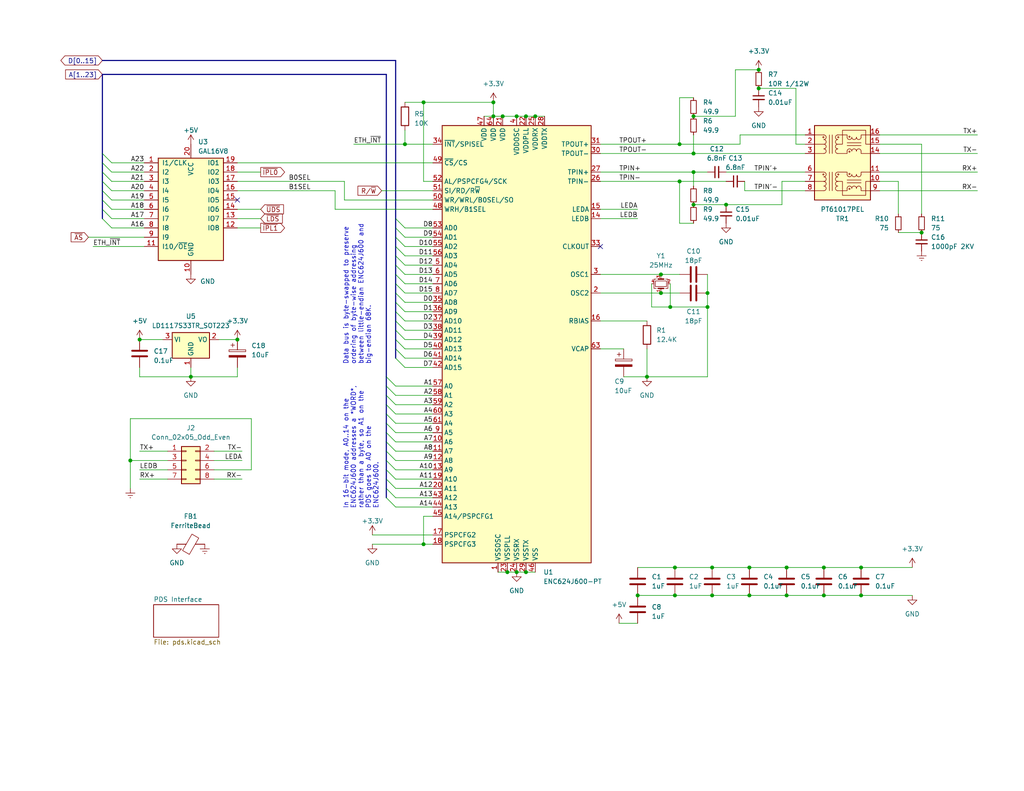
<source format=kicad_sch>
(kicad_sch (version 20230121) (generator eeschema)
  (paper "USLetter")
  (title_block (title "SEthernet PDS Ethernet Card for Macintosh SE") (date "2023-11-10") (rev "0"))
  (lib_symbols
    (symbol "Connector_Generic:Conn_02x04_Odd_Even" (pin_names (offset 1.016) hide)
      (property "Reference" "J" (at 1.27 5.08 0))
      (property "Value" "Conn_02x04_Odd_Even" (at 1.27 -7.62 0))
      (symbol "Conn_02x04_Odd_Even_1_1"
        (rectangle (start -1.27 -4.953) (end 0 -5.207) (stroke (width 0.1524)))
        (rectangle (start -1.27 -2.413) (end 0 -2.667) (stroke (width 0.1524)))
        (rectangle (start -1.27 0.127) (end 0 -0.127) (stroke (width 0.1524)))
        (rectangle (start -1.27 2.667) (end 0 2.413) (stroke (width 0.1524)))
        (rectangle (start -1.27 3.81) (end 3.81 -6.35) (stroke (width 0.254)) (fill (type background)))
        (rectangle (start 3.81 -4.953) (end 2.54 -5.207) (stroke (width 0.1524)))
        (rectangle (start 3.81 -2.413) (end 2.54 -2.667) (stroke (width 0.1524)))
        (rectangle (start 3.81 0.127) (end 2.54 -0.127) (stroke (width 0.1524)))
        (rectangle (start 3.81 2.667) (end 2.54 2.413) (stroke (width 0.1524)))
        (pin passive line (at -5.08 2.54 0) (length 3.81) (name "Pin_1") (number "1"))
        (pin passive line (at 7.62 2.54 180) (length 3.81) (name "Pin_2") (number "2"))
        (pin passive line (at -5.08 0 0) (length 3.81) (name "Pin_3") (number "3"))
        (pin passive line (at 7.62 0 180) (length 3.81) (name "Pin_4") (number "4"))
        (pin passive line (at -5.08 -2.54 0) (length 3.81) (name "Pin_5") (number "5"))
        (pin passive line (at 7.62 -2.54 180) (length 3.81) (name "Pin_6") (number "6"))
        (pin passive line (at -5.08 -5.08 0) (length 3.81) (name "Pin_7") (number "7"))
        (pin passive line (at 7.62 -5.08 180) (length 3.81) (name "Pin_8") (number "8"))
      )
    )
    (symbol "Device:C" (pin_numbers hide) (pin_names (offset 0.254))
      (property "Reference" "C" (at 0.635 2.54 0))
      (property "Value" "C" (at 0.635 -2.54 0))
      (symbol "C_0_1"
        (polyline (pts (xy -2.032 -0.762) (xy 2.032 -0.762)) (stroke (width 0.508)))
        (polyline (pts (xy -2.032 0.762) (xy 2.032 0.762)) (stroke (width 0.508)))
      )
      (symbol "C_1_1"
        (pin passive line (at 0 3.81 270) (length 2.794) (name "~") (number "1"))
        (pin passive line (at 0 -3.81 90) (length 2.794) (name "~") (number "2"))
      )
    )
    (symbol "Device:C_Polarized" (pin_numbers hide) (pin_names (offset 0.254))
      (property "Reference" "C" (at 0.635 2.54 0))
      (property "Value" "C_Polarized" (at 0.635 -2.54 0))
      (symbol "C_Polarized_0_1"
        (rectangle (start -2.286 0.508) (end 2.286 1.016))
        (polyline (pts (xy -1.778 2.286) (xy -0.762 2.286)))
        (polyline (pts (xy -1.27 2.794) (xy -1.27 1.778)))
        (rectangle (start 2.286 -0.508) (end -2.286 -1.016) (fill (type outline)))
      )
      (symbol "C_Polarized_1_1"
        (pin passive line (at 0 3.81 270) (length 2.794) (name "~") (number "1"))
        (pin passive line (at 0 -3.81 90) (length 2.794) (name "~") (number "2"))
      )
    )
    (symbol "Device:C_Small" (pin_numbers hide) (pin_names (offset 0.254) hide)
      (property "Reference" "C" (at 0.254 1.778 0))
      (property "Value" "C_Small" (at 0.254 -2.032 0))
      (symbol "C_Small_0_1"
        (polyline (pts (xy -1.524 -0.508) (xy 1.524 -0.508)) (stroke (width 0.3302)))
        (polyline (pts (xy -1.524 0.508) (xy 1.524 0.508)) (stroke (width 0.3048)))
      )
      (symbol "C_Small_1_1"
        (pin passive line (at 0 2.54 270) (length 2.032) (name "~") (number "1"))
        (pin passive line (at 0 -2.54 90) (length 2.032) (name "~") (number "2"))
      )
    )
    (symbol "Device:Crystal_GND24_Small" (pin_names (offset 1.016) hide)
      (property "Reference" "Y" (at 1.27 4.445 0))
      (property "Value" "Crystal_GND24_Small" (at 1.27 2.54 0))
      (symbol "Crystal_GND24_Small_0_1"
        (rectangle (start -0.762 -1.524) (end 0.762 1.524))
        (polyline (pts (xy -1.27 -0.762) (xy -1.27 0.762)) (stroke (width 0.381)))
        (polyline (pts (xy 1.27 -0.762) (xy 1.27 0.762)) (stroke (width 0.381)))
        (polyline (pts (xy -1.27 -1.27) (xy -1.27 -1.905) (xy 1.27 -1.905) (xy 1.27 -1.27)))
        (polyline (pts (xy -1.27 1.27) (xy -1.27 1.905) (xy 1.27 1.905) (xy 1.27 1.27)))
      )
      (symbol "Crystal_GND24_Small_1_1"
        (pin passive line (at -2.54 0 0) (length 1.27) (name "1") (number "1"))
        (pin passive line (at 0 -2.54 90) (length 0.635) (name "2") (number "2"))
        (pin passive line (at 2.54 0 180) (length 1.27) (name "3") (number "3"))
        (pin passive line (at 0 2.54 270) (length 0.635) (name "4") (number "4"))
      )
    )
    (symbol "Device:FerriteBead" (pin_numbers hide) (pin_names (offset 0))
      (property "Reference" "FB" (at -3.81 0.635 90))
      (property "Value" "FerriteBead" (at 3.81 0 90))
      (symbol "FerriteBead_0_1"
        (polyline (pts (xy 0 -1.27) (xy 0 -1.2192)))
        (polyline (pts (xy 0 1.27) (xy 0 1.2954)))
        (polyline (pts (xy -2.7686 0.4064) (xy -1.7018 2.2606) (xy 2.7686 -0.3048) (xy 1.6764 -2.159) (xy -2.7686 0.4064)))
      )
      (symbol "FerriteBead_1_1"
        (pin passive line (at 0 3.81 270) (length 2.54) (name "~") (number "1"))
        (pin passive line (at 0 -3.81 90) (length 2.54) (name "~") (number "2"))
      )
    )
    (symbol "Device:R" (pin_numbers hide) (pin_names (offset 0))
      (property "Reference" "R" (at 2.032 0 90))
      (property "Value" "R" (at 0 0 90))
      (symbol "R_0_1"
        (rectangle (start -1.016 -2.54) (end 1.016 2.54) (stroke (width 0.254)))
      )
      (symbol "R_1_1"
        (pin passive line (at 0 3.81 270) (length 1.27) (name "~") (number "1"))
        (pin passive line (at 0 -3.81 90) (length 1.27) (name "~") (number "2"))
      )
    )
    (symbol "Device:R_Small" (pin_numbers hide) (pin_names (offset 0.254) hide)
      (property "Reference" "R" (at 0.762 0.508 0))
      (property "Value" "R_Small" (at 0.762 -1.016 0))
      (symbol "R_Small_0_1"
        (rectangle (start -0.762 1.778) (end 0.762 -1.778) (stroke (width 0.2032)))
      )
      (symbol "R_Small_1_1"
        (pin passive line (at 0 2.54 270) (length 0.762) (name "~") (number "1"))
        (pin passive line (at 0 -2.54 90) (length 0.762) (name "~") (number "2"))
      )
    )
    (symbol "Logic_Programmable:GAL16V8" (pin_names (offset 1.016))
      (property "Reference" "U" (at -8.89 16.51 0))
      (property "Value" "GAL16V8" (at 1.27 16.51 0))
      (symbol "GAL16V8_0_0"
        (pin power_in line (at 0 -17.78 90) (length 3.81) (name "GND") (number "10"))
        (pin power_in line (at 0 17.78 270) (length 3.81) (name "VCC") (number "20"))
      )
      (symbol "GAL16V8_0_1"
        (rectangle (start -8.89 13.97) (end 8.89 -13.97) (stroke (width 0.254)) (fill (type background)))
      )
      (symbol "GAL16V8_1_1"
        (pin input line (at -12.7 12.7 0) (length 3.81) (name "I1/CLK") (number "1"))
        (pin input line (at -12.7 -10.16 0) (length 3.81) (name "I10/~{OE}") (number "11"))
        (pin tri_state line (at 12.7 -5.08 180) (length 3.81) (name "IO8") (number "12"))
        (pin tri_state line (at 12.7 -2.54 180) (length 3.81) (name "IO7") (number "13"))
        (pin tri_state line (at 12.7 0 180) (length 3.81) (name "IO6") (number "14"))
        (pin tri_state line (at 12.7 2.54 180) (length 3.81) (name "IO5") (number "15"))
        (pin tri_state line (at 12.7 5.08 180) (length 3.81) (name "IO4") (number "16"))
        (pin tri_state line (at 12.7 7.62 180) (length 3.81) (name "I03") (number "17"))
        (pin tri_state line (at 12.7 10.16 180) (length 3.81) (name "IO2") (number "18"))
        (pin tri_state line (at 12.7 12.7 180) (length 3.81) (name "IO1") (number "19"))
        (pin input line (at -12.7 10.16 0) (length 3.81) (name "I2") (number "2"))
        (pin input line (at -12.7 7.62 0) (length 3.81) (name "I3") (number "3"))
        (pin input line (at -12.7 5.08 0) (length 3.81) (name "I4") (number "4"))
        (pin input line (at -12.7 2.54 0) (length 3.81) (name "I5") (number "5"))
        (pin input line (at -12.7 0 0) (length 3.81) (name "I6") (number "6"))
        (pin input line (at -12.7 -2.54 0) (length 3.81) (name "I7") (number "7"))
        (pin input line (at -12.7 -5.08 0) (length 3.81) (name "I8") (number "8"))
        (pin input line (at -12.7 -7.62 0) (length 3.81) (name "I9") (number "9"))
      )
    )
    (symbol "PDS-Ethernet:ENC624J600-PT"
      (property "Reference" "U" (at -19.05 34.29 0))
      (property "Value" "ENC624J600-PT" (at 7.62 34.29 0))
      (symbol "ENC624J600-PT_0_1"
        (rectangle (start -20.32 33.02) (end 20.32 -86.36) (stroke (width 0.254)) (fill (type background)))
      )
      (symbol "ENC624J600-PT_1_0"
        (pin input line (at -22.86 -53.34 0) (length 2.54) (name "A6") (number "10"))
        (pin input line (at -22.86 -55.88 0) (length 2.54) (name "A7") (number "11"))
        (pin input line (at -22.86 -58.42 0) (length 2.54) (name "A8") (number "12"))
        (pin input line (at -22.86 -60.96 0) (length 2.54) (name "A9") (number "13"))
        (pin input line (at -22.86 -78.74 0) (length 2.54) (name "PSPCFG2") (number "17"))
        (pin input line (at -22.86 -81.28 0) (length 2.54) (name "PSPCFG3") (number "18"))
        (pin input line (at -22.86 -63.5 0) (length 2.54) (name "A10") (number "19"))
        (pin input line (at -22.86 -66.04 0) (length 2.54) (name "A11") (number "20"))
        (pin power_in line (at -3.81 35.56 270) (length 2.54) (name "VDD") (number "21"))
        (pin bidirectional line (at -22.86 -33.02 0) (length 2.54) (name "AD15") (number "42"))
        (pin input line (at -22.86 -68.58 0) (length 2.54) (name "A12") (number "43"))
        (pin input line (at -22.86 -71.12 0) (length 2.54) (name "A13") (number "44"))
        (pin input line (at -22.86 -73.66 0) (length 2.54) (name "A14/PSPCFG1") (number "45"))
        (pin power_in line (at -8.89 35.56 270) (length 2.54) (name "VDD") (number "47"))
        (pin input line (at -22.86 10.16 0) (length 2.54) (name "WRH/B1SEL") (number "48"))
        (pin input line (at -22.86 12.7 0) (length 2.54) (name "WR/WRL/B0SEL/SO") (number "50"))
        (pin input line (at -22.86 -38.1 0) (length 2.54) (name "A0") (number "57"))
        (pin input line (at -22.86 -40.64 0) (length 2.54) (name "A1") (number "58"))
        (pin input line (at -22.86 -43.18 0) (length 2.54) (name "A2") (number "59"))
        (pin input line (at -22.86 -45.72 0) (length 2.54) (name "A3") (number "60"))
        (pin input line (at -22.86 -48.26 0) (length 2.54) (name "A4") (number "61"))
        (pin power_in line (at -6.35 35.56 270) (length 2.54) (name "VDD") (number "64"))
        (pin input line (at -22.86 -50.8 0) (length 2.54) (name "A5") (number "9"))
      )
      (symbol "ENC624J600-PT_1_1"
        (pin power_in line (at -5.08 -88.9 90) (length 2.54) (name "VSSOSC") (number "1"))
        (pin output line (at 22.86 7.62 180) (length 2.54) (name "LEDB") (number "14"))
        (pin output line (at 22.86 10.16 180) (length 2.54) (name "LEDA") (number "15"))
        (pin input line (at 22.86 -20.32 180) (length 2.54) (name "RBIAS") (number "16"))
        (pin output line (at 22.86 -12.7 180) (length 2.54) (name "OSC2") (number "2"))
        (pin power_in line (at 2.54 35.56 270) (length 2.54) (name "VDDPLL") (number "22"))
        (pin power_in line (at -2.54 -88.9 90) (length 2.54) (name "VSSPLL") (number "23"))
        (pin power_in line (at 0 -88.9 90) (length 2.54) (name "VSSRX") (number "24"))
        (pin power_in line (at 5.08 35.56 270) (length 2.54) (name "VDDRX") (number "25"))
        (pin input line (at 22.86 17.78 180) (length 2.54) (name "TPIN-") (number "26"))
        (pin input line (at 22.86 20.32 180) (length 2.54) (name "TPIN+") (number "27"))
        (pin power_in line (at 7.62 35.56 270) (length 2.54) (name "VDDTX") (number "28"))
        (pin power_in line (at 2.54 -88.9 90) (length 2.54) (name "VSSTX") (number "29"))
        (pin input line (at 22.86 -7.62 180) (length 2.54) (name "OSC1") (number "3"))
        (pin output line (at 22.86 25.4 180) (length 2.54) (name "TPOUT-") (number "30"))
        (pin output line (at 22.86 27.94 180) (length 2.54) (name "TPOUT+") (number "31"))
        (pin passive line (at 2.54 -88.9 90) (length 2.54) hide (name "VSSTX") (number "32"))
        (pin output line (at 22.86 0 180) (length 2.54) (name "CLKOUT") (number "33"))
        (pin bidirectional line (at -22.86 27.94 0) (length 2.54) (name "~{INT}/SPISEL") (number "34"))
        (pin bidirectional line (at -22.86 -15.24 0) (length 2.54) (name "AD8") (number "35"))
        (pin bidirectional line (at -22.86 -17.78 0) (length 2.54) (name "AD9") (number "36"))
        (pin bidirectional line (at -22.86 -20.32 0) (length 2.54) (name "AD10") (number "37"))
        (pin bidirectional line (at -22.86 -22.86 0) (length 2.54) (name "AD11") (number "38"))
        (pin bidirectional line (at -22.86 -25.4 0) (length 2.54) (name "AD12") (number "39"))
        (pin power_in line (at 0 35.56 270) (length 2.54) (name "VDDOSC") (number "4"))
        (pin bidirectional line (at -22.86 -27.94 0) (length 2.54) (name "AD13") (number "40"))
        (pin bidirectional line (at -22.86 -30.48 0) (length 2.54) (name "AD14") (number "41"))
        (pin power_in line (at 5.08 -88.9 90) (length 2.54) (name "VSS") (number "46"))
        (pin input line (at -22.86 22.86 0) (length 2.54) (name "~{CS}/CS") (number "49"))
        (pin bidirectional line (at -22.86 -5.08 0) (length 2.54) (name "AD4") (number "5"))
        (pin input line (at -22.86 15.24 0) (length 2.54) (name "SI/RD/R~{W}") (number "51"))
        (pin input line (at -22.86 17.78 0) (length 2.54) (name "AL/PSPCFG4/SCK") (number "52"))
        (pin bidirectional line (at -22.86 5.08 0) (length 2.54) (name "AD0") (number "53"))
        (pin bidirectional line (at -22.86 2.54 0) (length 2.54) (name "AD1") (number "54"))
        (pin bidirectional line (at -22.86 0 0) (length 2.54) (name "AD2") (number "55"))
        (pin bidirectional line (at -22.86 -2.54 0) (length 2.54) (name "AD3") (number "56"))
        (pin bidirectional line (at -22.86 -7.62 0) (length 2.54) (name "AD5") (number "6"))
        (pin passive line (at 5.08 -88.9 90) (length 2.54) hide (name "VSS") (number "62"))
        (pin input line (at 22.86 -27.94 180) (length 2.54) (name "VCAP") (number "63"))
        (pin bidirectional line (at -22.86 -10.16 0) (length 2.54) (name "AD6") (number "7"))
        (pin bidirectional line (at -22.86 -12.7 0) (length 2.54) (name "AD7") (number "8"))
      )
    )
    (symbol "Regulator_Linear:LD1117S33TR_SOT223"
      (property "Reference" "U" (at -3.81 3.175 0))
      (property "Value" "LD1117S33TR_SOT223" (at 0 3.175 0))
      (symbol "LD1117S33TR_SOT223_0_1"
        (rectangle (start -5.08 -5.08) (end 5.08 1.905) (stroke (width 0.254)) (fill (type background)))
      )
      (symbol "LD1117S33TR_SOT223_1_1"
        (pin power_in line (at 0 -7.62 90) (length 2.54) (name "GND") (number "1"))
        (pin power_out line (at 7.62 0 180) (length 2.54) (name "VO") (number "2"))
        (pin power_in line (at -7.62 0 0) (length 2.54) (name "VI") (number "3"))
      )
    )
    (symbol "Transformer:PT61017PEL" (pin_names hide)
      (property "Reference" "TR" (at 0 10.795 0))
      (property "Value" "PT61017PEL" (at 0 -10.795 0))
      (symbol "PT61017PEL_0_1"
        (rectangle (start -7.62 10.16) (end 7.62 -10.16) (stroke (width 0.254)) (fill (type background)))
        (circle (center -5.207 3.175) (radius 0.1778))
        (arc (start -5.08 6.35) (mid -4.4477 6.985) (end -5.08 7.62))
        (polyline (pts (xy -5.08 2.54) (xy -7.62 2.54)))
        (polyline (pts (xy -5.08 5.08) (xy -7.62 5.08)))
        (polyline (pts (xy -5.08 7.62) (xy -7.62 7.62)))
        (polyline (pts (xy -3.556 -2.54) (xy -3.556 -7.62)))
        (polyline (pts (xy -3.556 2.54) (xy -3.556 7.62)))
        (polyline (pts (xy -2.794 -7.62) (xy -2.794 -2.54)))
        (polyline (pts (xy -2.794 7.62) (xy -2.794 2.54)))
        (polyline (pts (xy 1.27 4.699) (xy 5.08 4.699)))
        (polyline (pts (xy 1.27 5.461) (xy 5.08 5.461)))
        (polyline (pts (xy -1.27 2.54) (xy 1.27 2.54) (xy 1.27 3.175)))
        (polyline (pts (xy 1.27 6.985) (xy 1.27 7.62) (xy -1.27 7.62)))
        (polyline (pts (xy 5.08 3.175) (xy 5.08 2.54) (xy 7.62 2.54)))
        (polyline (pts (xy 5.08 6.985) (xy 5.08 7.62) (xy 7.62 7.62)))
        (polyline (pts (xy -1.27 5.08) (xy 0 5.08) (xy 0 8.89) (xy 6.35 8.89) (xy 6.35 5.08) (xy 7.62 5.08)))
      )
      (symbol "PT61017PEL_1_1"
        (circle (center -5.207 -6.985) (radius 0.1778))
        (arc (start -5.08 -7.62) (mid -4.4477 -6.985) (end -5.08 -6.35))
        (arc (start -5.08 -6.35) (mid -4.4477 -5.715) (end -5.08 -5.08))
        (arc (start -5.08 -5.08) (mid -4.4477 -4.445) (end -5.08 -3.81))
        (arc (start -5.08 -3.81) (mid -4.4477 -3.175) (end -5.08 -2.54))
        (arc (start -5.08 2.54) (mid -4.4477 3.175) (end -5.08 3.81))
        (arc (start -5.08 3.81) (mid -4.4477 4.445) (end -5.08 5.08))
        (arc (start -5.08 5.08) (mid -4.4477 5.715) (end -5.08 6.35))
        (arc (start -1.27 -6.35) (mid -1.9023 -6.985) (end -1.27 -7.62))
        (arc (start -1.27 -5.08) (mid -1.9023 -5.715) (end -1.27 -6.35))
        (arc (start -1.27 -3.81) (mid -1.9023 -4.445) (end -1.27 -5.08))
        (arc (start -1.27 -2.54) (mid -1.9023 -3.175) (end -1.27 -3.81))
        (arc (start -1.27 3.81) (mid -1.9023 3.175) (end -1.27 2.54))
        (arc (start -1.27 5.08) (mid -1.9023 4.445) (end -1.27 3.81))
        (arc (start -1.27 6.35) (mid -1.9023 5.715) (end -1.27 5.08))
        (arc (start -1.27 7.62) (mid -1.9023 6.985) (end -1.27 6.35))
        (circle (center -1.143 -6.985) (radius 0.1778))
        (circle (center -1.143 3.175) (radius 0.1778))
        (polyline (pts (xy -5.08 -7.62) (xy -7.62 -7.62)))
        (polyline (pts (xy -5.08 -5.08) (xy -7.62 -5.08)))
        (polyline (pts (xy -5.08 -2.54) (xy -7.62 -2.54)))
        (polyline (pts (xy 1.27 -5.461) (xy 5.08 -5.461)))
        (polyline (pts (xy 1.27 -4.699) (xy 5.08 -4.699)))
        (polyline (pts (xy -1.27 -7.62) (xy 1.27 -7.62) (xy 1.27 -6.985)))
        (polyline (pts (xy 1.27 -3.175) (xy 1.27 -2.54) (xy -1.27 -2.54)))
        (polyline (pts (xy 5.08 -6.985) (xy 5.08 -7.62) (xy 7.62 -7.62)))
        (polyline (pts (xy 5.08 -3.175) (xy 5.08 -2.54) (xy 7.62 -2.54)))
        (polyline (pts (xy 7.62 -5.08) (xy 6.35 -5.08) (xy 6.35 -8.89) (xy 0 -8.89) (xy 0 -5.08) (xy -1.27 -5.08)))
        (arc (start 1.27 -3.175) (mid 1.905 -3.8073) (end 2.54 -3.175))
        (arc (start 1.27 6.985) (mid 1.905 6.3527) (end 2.54 6.985))
        (circle (center 1.905 -7.112) (radius 0.1778))
        (circle (center 1.905 -3.048) (radius 0.1778))
        (circle (center 1.905 3.048) (radius 0.1778))
        (circle (center 1.905 7.112) (radius 0.1778))
        (arc (start 2.54 -6.985) (mid 1.905 -6.3527) (end 1.27 -6.985))
        (arc (start 2.54 -3.175) (mid 3.175 -3.8073) (end 3.81 -3.175))
        (arc (start 2.54 3.175) (mid 1.905 3.8073) (end 1.27 3.175))
        (arc (start 2.54 6.985) (mid 3.175 6.3527) (end 3.81 6.985))
        (arc (start 3.81 -6.985) (mid 3.175 -6.3527) (end 2.54 -6.985))
        (arc (start 3.81 -3.175) (mid 4.445 -3.8073) (end 5.08 -3.175))
        (arc (start 3.81 3.175) (mid 3.175 3.8073) (end 2.54 3.175))
        (arc (start 3.81 6.985) (mid 4.445 6.3527) (end 5.08 6.985))
        (arc (start 5.08 -6.985) (mid 4.445 -6.3527) (end 3.81 -6.985))
        (arc (start 5.08 3.175) (mid 4.445 3.8073) (end 3.81 3.175))
        (pin passive line (at -10.16 -7.62 0) (length 2.54) (name "TD+") (number "1"))
        (pin passive line (at 10.16 5.08 180) (length 2.54) (name "C_RX") (number "10"))
        (pin passive line (at 10.16 2.54 180) (length 2.54) (name "RX+") (number "11"))
        (pin passive line (at 10.16 -2.54 180) (length 2.54) (name "TX-") (number "14"))
        (pin passive line (at 10.16 -5.08 180) (length 2.54) (name "C_TX") (number "15"))
        (pin passive line (at 10.16 -7.62 180) (length 2.54) (name "TX+") (number "16"))
        (pin passive line (at -10.16 -5.08 0) (length 2.54) (name "C_TD") (number "2"))
        (pin passive line (at -10.16 -2.54 0) (length 2.54) (name "TD-") (number "3"))
        (pin passive line (at -10.16 2.54 0) (length 2.54) (name "RD+") (number "6"))
        (pin passive line (at -10.16 5.08 0) (length 2.54) (name "C_RD") (number "7"))
        (pin passive line (at -10.16 7.62 0) (length 2.54) (name "RD-") (number "8"))
        (pin passive line (at 10.16 7.62 180) (length 2.54) (name "RX-") (number "9"))
      )
    )
    (symbol "power:+3.3V" (power) (pin_names (offset 0))
      (property "Value" "+3.3V" (at 0 3.556 0))
      (symbol "+3.3V_0_1"
        (polyline (pts (xy -0.762 1.27) (xy 0 2.54)))
        (polyline (pts (xy 0 0) (xy 0 2.54)))
        (polyline (pts (xy 0 2.54) (xy 0.762 1.27)))
      )
      (symbol "+3.3V_1_1"
        (pin power_in line (at 0 0 90) (length 0) hide (name "+3.3V") (number "1"))
      )
    )
    (symbol "power:+5V" (power) (pin_names (offset 0))
      (property "Value" "+5V" (at 0 3.556 0))
      (symbol "+5V_0_1"
        (polyline (pts (xy -0.762 1.27) (xy 0 2.54)))
        (polyline (pts (xy 0 0) (xy 0 2.54)))
        (polyline (pts (xy 0 2.54) (xy 0.762 1.27)))
      )
      (symbol "+5V_1_1"
        (pin power_in line (at 0 0 90) (length 0) hide (name "+5V") (number "1"))
      )
    )
    (symbol "power:Earth" (power) (pin_names (offset 0))
      (symbol "Earth_0_1"
        (polyline (pts (xy -0.635 -1.905) (xy 0.635 -1.905)))
        (polyline (pts (xy -0.127 -2.54) (xy 0.127 -2.54)))
        (polyline (pts (xy 0 -1.27) (xy 0 0)))
        (polyline (pts (xy 1.27 -1.27) (xy -1.27 -1.27)))
      )
      (symbol "Earth_1_1"
        (pin power_in line (at 0 0 270) (length 0) hide (name "Earth") (number "1"))
      )
    )
    (symbol "power:GND" (power) (pin_names (offset 0))
      (property "Value" "GND" (at 0 -3.81 0))
      (symbol "GND_0_1"
        (polyline (pts (xy 0 0) (xy 0 -1.27) (xy 1.27 -1.27) (xy 0 -2.54) (xy -1.27 -1.27) (xy 0 -1.27)))
      )
      (symbol "GND_1_1"
        (pin power_in line (at 0 0 270) (length 0) hide (name "GND") (number "1"))
      )
    )
  )
  (junction (at 224.79 162.56))
  (junction (at 207.01 24.13))
  (junction (at 194.31 154.94))
  (junction (at 134.62 27.94))
  (junction (at 214.63 154.94))
  (junction (at 180.34 80.01))
  (junction (at 180.34 74.93))
  (junction (at 143.51 156.21))
  (junction (at 224.79 154.94))
  (junction (at 189.23 41.91))
  (junction (at 35.56 125.73))
  (junction (at 185.42 49.53))
  (junction (at 234.95 162.56))
  (junction (at 234.95 154.94))
  (junction (at 204.47 154.94))
  (junction (at 214.63 162.56))
  (junction (at 52.07 102.87))
  (junction (at 115.57 27.94))
  (junction (at 182.88 83.82))
  (junction (at 110.49 39.37))
  (junction (at 137.16 31.75))
  (junction (at 173.99 162.56))
  (junction (at 189.23 31.75))
  (junction (at 204.47 162.56))
  (junction (at 176.53 102.87))
  (junction (at 207.01 19.05))
  (junction (at 189.23 46.99))
  (junction (at 115.57 148.59))
  (junction (at 140.97 156.21))
  (junction (at 138.43 156.21))
  (junction (at 38.1 92.71))
  (junction (at 146.05 31.75))
  (junction (at 184.15 162.56))
  (junction (at 189.23 55.88))
  (junction (at 184.15 154.94))
  (junction (at 143.51 31.75))
  (junction (at 193.04 80.01))
  (junction (at 194.31 162.56))
  (junction (at 185.42 39.37))
  (junction (at 140.97 31.75))
  (junction (at 198.12 55.88))
  (junction (at 134.62 31.75))
  (junction (at 64.77 92.71))
  (junction (at 251.46 63.5))
  (junction (at 193.04 83.82))
  (no_connect (at 64.77 54.61))
  (no_connect (at 163.83 67.31))
  (bus_entry (at 105.41 110.49) (size 2.54 2.54))
  (bus_entry (at 107.95 59.69) (size 2.54 2.54))
  (bus_entry (at 27.94 54.61) (size 2.54 2.54))
  (bus_entry (at 107.95 97.79) (size 2.54 2.54))
  (bus_entry (at 27.94 44.45) (size 2.54 2.54))
  (bus_entry (at 107.95 72.39) (size 2.54 2.54))
  (bus_entry (at 107.95 67.31) (size 2.54 2.54))
  (bus_entry (at 107.95 77.47) (size 2.54 2.54))
  (bus_entry (at 107.95 62.23) (size 2.54 2.54))
  (bus_entry (at 105.41 102.87) (size 2.54 2.54))
  (bus_entry (at 105.41 135.89) (size 2.54 2.54))
  (bus_entry (at 105.41 115.57) (size 2.54 2.54))
  (bus_entry (at 107.95 85.09) (size 2.54 2.54))
  (bus_entry (at 107.95 90.17) (size 2.54 2.54))
  (bus_entry (at 27.94 46.99) (size 2.54 2.54))
  (bus_entry (at 105.41 113.03) (size 2.54 2.54))
  (bus_entry (at 107.95 74.93) (size 2.54 2.54))
  (bus_entry (at 105.41 118.11) (size 2.54 2.54))
  (bus_entry (at 107.95 95.25) (size 2.54 2.54))
  (bus_entry (at 27.94 59.69) (size 2.54 2.54))
  (bus_entry (at 27.94 41.91) (size 2.54 2.54))
  (bus_entry (at 105.41 133.35) (size 2.54 2.54))
  (bus_entry (at 105.41 107.95) (size 2.54 2.54))
  (bus_entry (at 105.41 105.41) (size 2.54 2.54))
  (bus_entry (at 107.95 64.77) (size 2.54 2.54))
  (bus_entry (at 105.41 125.73) (size 2.54 2.54))
  (bus_entry (at 27.94 49.53) (size 2.54 2.54))
  (bus_entry (at 105.41 128.27) (size 2.54 2.54))
  (bus_entry (at 105.41 120.65) (size 2.54 2.54))
  (bus_entry (at 27.94 52.07) (size 2.54 2.54))
  (bus_entry (at 107.95 82.55) (size 2.54 2.54))
  (bus_entry (at 107.95 69.85) (size 2.54 2.54))
  (bus_entry (at 107.95 87.63) (size 2.54 2.54))
  (bus_entry (at 105.41 123.19) (size 2.54 2.54))
  (bus_entry (at 107.95 92.71) (size 2.54 2.54))
  (bus_entry (at 27.94 57.15) (size 2.54 2.54))
  (bus_entry (at 105.41 130.81) (size 2.54 2.54))
  (bus_entry (at 107.95 80.01) (size 2.54 2.54))
  (wire (pts (xy 134.62 31.75) (xy 137.16 31.75)))
  (wire (pts (xy 110.49 82.55) (xy 118.11 82.55)))
  (bus (pts (xy 105.41 113.03) (xy 105.41 115.57)))
  (wire (pts (xy 110.49 97.79) (xy 118.11 97.79)))
  (wire (pts (xy 163.83 80.01) (xy 180.34 80.01)))
  (bus (pts (xy 107.95 82.55) (xy 107.95 85.09)))
  (bus (pts (xy 27.94 44.45) (xy 27.94 46.99)))
  (wire (pts (xy 38.1 128.27) (xy 45.72 128.27)))
  (wire (pts (xy 107.95 138.43) (xy 118.11 138.43)))
  (wire (pts (xy 107.95 113.03) (xy 118.11 113.03)))
  (wire (pts (xy 132.08 31.75) (xy 134.62 31.75)))
  (wire (pts (xy 194.31 154.94) (xy 204.47 154.94)))
  (wire (pts (xy 91.44 52.07) (xy 91.44 57.15)))
  (wire (pts (xy 101.6 148.59) (xy 115.57 148.59)))
  (wire (pts (xy 240.03 39.37) (xy 251.46 39.37)))
  (wire (pts (xy 64.77 102.87) (xy 52.07 102.87)))
  (wire (pts (xy 64.77 52.07) (xy 91.44 52.07)))
  (bus (pts (xy 107.95 16.51) (xy 107.95 59.69)))
  (wire (pts (xy 214.63 162.56) (xy 224.79 162.56)))
  (wire (pts (xy 110.49 67.31) (xy 118.11 67.31)))
  (wire (pts (xy 64.77 46.99) (xy 71.12 46.99)))
  (wire (pts (xy 107.95 118.11) (xy 118.11 118.11)))
  (wire (pts (xy 107.95 110.49) (xy 118.11 110.49)))
  (wire (pts (xy 30.48 54.61) (xy 39.37 54.61)))
  (wire (pts (xy 201.93 39.37) (xy 201.93 36.83)))
  (wire (pts (xy 59.69 92.71) (xy 64.77 92.71)))
  (wire (pts (xy 198.12 46.99) (xy 219.71 46.99)))
  (wire (pts (xy 93.98 54.61) (xy 118.11 54.61)))
  (wire (pts (xy 224.79 154.94) (xy 234.95 154.94)))
  (wire (pts (xy 163.83 74.93) (xy 180.34 74.93)))
  (wire (pts (xy 143.51 156.21) (xy 146.05 156.21)))
  (wire (pts (xy 185.42 26.67) (xy 189.23 26.67)))
  (wire (pts (xy 110.49 39.37) (xy 118.11 39.37)))
  (wire (pts (xy 64.77 100.33) (xy 64.77 102.87)))
  (wire (pts (xy 200.66 31.75) (xy 200.66 19.05)))
  (wire (pts (xy 25.4 67.31) (xy 39.37 67.31)))
  (wire (pts (xy 24.13 64.77) (xy 39.37 64.77)))
  (bus (pts (xy 27.94 20.32) (xy 27.94 41.91)))
  (bus (pts (xy 107.95 92.71) (xy 107.95 95.25)))
  (wire (pts (xy 107.95 120.65) (xy 118.11 120.65)))
  (wire (pts (xy 58.42 123.19) (xy 66.04 123.19)))
  (wire (pts (xy 58.42 128.27) (xy 68.58 128.27)))
  (wire (pts (xy 234.95 154.94) (xy 248.92 154.94)))
  (wire (pts (xy 110.49 77.47) (xy 118.11 77.47)))
  (wire (pts (xy 107.95 123.19) (xy 118.11 123.19)))
  (bus (pts (xy 105.41 133.35) (xy 105.41 135.89)))
  (wire (pts (xy 193.04 80.01) (xy 193.04 83.82)))
  (wire (pts (xy 173.99 154.94) (xy 184.15 154.94)))
  (wire (pts (xy 185.42 39.37) (xy 201.93 39.37)))
  (wire (pts (xy 245.11 49.53) (xy 240.03 49.53)))
  (wire (pts (xy 30.48 49.53) (xy 39.37 49.53)))
  (bus (pts (xy 107.95 69.85) (xy 107.95 72.39)))
  (bus (pts (xy 107.95 67.31) (xy 107.95 69.85)))
  (wire (pts (xy 64.77 59.69) (xy 71.12 59.69)))
  (bus (pts (xy 107.95 59.69) (xy 107.95 62.23)))
  (wire (pts (xy 177.8 77.47) (xy 177.8 83.82)))
  (wire (pts (xy 115.57 148.59) (xy 118.11 148.59)))
  (wire (pts (xy 240.03 46.99) (xy 266.7 46.99)))
  (wire (pts (xy 91.44 57.15) (xy 118.11 57.15)))
  (wire (pts (xy 189.23 41.91) (xy 219.71 41.91)))
  (wire (pts (xy 193.04 83.82) (xy 193.04 102.87)))
  (wire (pts (xy 204.47 154.94) (xy 214.63 154.94)))
  (wire (pts (xy 219.71 39.37) (xy 217.17 39.37)))
  (bus (pts (xy 107.95 80.01) (xy 107.95 82.55)))
  (bus (pts (xy 27.94 49.53) (xy 27.94 52.07)))
  (wire (pts (xy 30.48 59.69) (xy 39.37 59.69)))
  (bus (pts (xy 105.41 105.41) (xy 105.41 107.95)))
  (wire (pts (xy 38.1 102.87) (xy 52.07 102.87)))
  (wire (pts (xy 107.95 115.57) (xy 118.11 115.57)))
  (wire (pts (xy 104.14 52.07) (xy 118.11 52.07)))
  (wire (pts (xy 30.48 46.99) (xy 39.37 46.99)))
  (wire (pts (xy 184.15 162.56) (xy 194.31 162.56)))
  (wire (pts (xy 118.11 140.97) (xy 115.57 140.97)))
  (wire (pts (xy 163.83 41.91) (xy 189.23 41.91)))
  (wire (pts (xy 137.16 31.75) (xy 140.97 31.75)))
  (wire (pts (xy 201.93 36.83) (xy 219.71 36.83)))
  (wire (pts (xy 245.11 49.53) (xy 245.11 58.42)))
  (wire (pts (xy 110.49 74.93) (xy 118.11 74.93)))
  (wire (pts (xy 64.77 57.15) (xy 71.12 57.15)))
  (wire (pts (xy 182.88 83.82) (xy 193.04 83.82)))
  (wire (pts (xy 30.48 44.45) (xy 39.37 44.45)))
  (wire (pts (xy 213.36 49.53) (xy 219.71 49.53)))
  (bus (pts (xy 107.95 64.77) (xy 107.95 67.31)))
  (wire (pts (xy 107.95 125.73) (xy 118.11 125.73)))
  (wire (pts (xy 234.95 162.56) (xy 248.92 162.56)))
  (wire (pts (xy 107.95 130.81) (xy 118.11 130.81)))
  (wire (pts (xy 110.49 72.39) (xy 118.11 72.39)))
  (bus (pts (xy 27.94 20.32) (xy 105.41 20.32)))
  (wire (pts (xy 107.95 133.35) (xy 118.11 133.35)))
  (wire (pts (xy 168.91 170.18) (xy 173.99 170.18)))
  (wire (pts (xy 185.42 49.53) (xy 198.12 49.53)))
  (wire (pts (xy 45.72 123.19) (xy 38.1 123.19)))
  (bus (pts (xy 107.95 87.63) (xy 107.95 90.17)))
  (wire (pts (xy 163.83 49.53) (xy 185.42 49.53)))
  (wire (pts (xy 189.23 46.99) (xy 189.23 50.8)))
  (bus (pts (xy 105.41 107.95) (xy 105.41 110.49)))
  (wire (pts (xy 52.07 100.33) (xy 52.07 102.87)))
  (bus (pts (xy 107.95 62.23) (xy 107.95 64.77)))
  (wire (pts (xy 135.89 156.21) (xy 138.43 156.21)))
  (wire (pts (xy 96.52 39.37) (xy 110.49 39.37)))
  (wire (pts (xy 140.97 156.21) (xy 143.51 156.21)))
  (wire (pts (xy 203.2 52.07) (xy 219.71 52.07)))
  (bus (pts (xy 105.41 130.81) (xy 105.41 133.35)))
  (wire (pts (xy 200.66 19.05) (xy 207.01 19.05)))
  (wire (pts (xy 213.36 55.88) (xy 213.36 49.53)))
  (wire (pts (xy 38.1 100.33) (xy 38.1 102.87)))
  (wire (pts (xy 189.23 41.91) (xy 189.23 36.83)))
  (bus (pts (xy 105.41 118.11) (xy 105.41 120.65)))
  (bus (pts (xy 27.94 41.91) (xy 27.94 44.45)))
  (bus (pts (xy 107.95 85.09) (xy 107.95 87.63)))
  (wire (pts (xy 93.98 49.53) (xy 64.77 49.53)))
  (wire (pts (xy 146.05 31.75) (xy 148.59 31.75)))
  (wire (pts (xy 138.43 156.21) (xy 140.97 156.21)))
  (wire (pts (xy 198.12 55.88) (xy 213.36 55.88)))
  (bus (pts (xy 107.95 74.93) (xy 107.95 77.47)))
  (wire (pts (xy 107.95 128.27) (xy 118.11 128.27)))
  (wire (pts (xy 189.23 31.75) (xy 200.66 31.75)))
  (wire (pts (xy 30.48 57.15) (xy 39.37 57.15)))
  (wire (pts (xy 110.49 90.17) (xy 118.11 90.17)))
  (wire (pts (xy 224.79 162.56) (xy 234.95 162.56)))
  (wire (pts (xy 193.04 102.87) (xy 176.53 102.87)))
  (wire (pts (xy 68.58 114.3) (xy 68.58 128.27)))
  (wire (pts (xy 110.49 27.94) (xy 115.57 27.94)))
  (wire (pts (xy 163.83 95.25) (xy 170.18 95.25)))
  (wire (pts (xy 107.95 135.89) (xy 118.11 135.89)))
  (bus (pts (xy 105.41 102.87) (xy 105.41 105.41)))
  (wire (pts (xy 58.42 130.81) (xy 66.04 130.81)))
  (wire (pts (xy 115.57 27.94) (xy 115.57 49.53)))
  (wire (pts (xy 176.53 95.25) (xy 176.53 102.87)))
  (bus (pts (xy 27.94 52.07) (xy 27.94 54.61)))
  (wire (pts (xy 35.56 114.3) (xy 35.56 125.73)))
  (wire (pts (xy 184.15 154.94) (xy 194.31 154.94)))
  (wire (pts (xy 134.62 27.94) (xy 134.62 31.75)))
  (wire (pts (xy 189.23 55.88) (xy 198.12 55.88)))
  (wire (pts (xy 30.48 52.07) (xy 39.37 52.07)))
  (wire (pts (xy 38.1 130.81) (xy 45.72 130.81)))
  (wire (pts (xy 185.42 49.53) (xy 185.42 60.96)))
  (wire (pts (xy 176.53 102.87) (xy 170.18 102.87)))
  (wire (pts (xy 163.83 59.69) (xy 173.99 59.69)))
  (bus (pts (xy 27.94 57.15) (xy 27.94 59.69)))
  (wire (pts (xy 240.03 41.91) (xy 266.7 41.91)))
  (wire (pts (xy 115.57 140.97) (xy 115.57 148.59)))
  (wire (pts (xy 180.34 74.93) (xy 185.42 74.93)))
  (wire (pts (xy 143.51 31.75) (xy 146.05 31.75)))
  (wire (pts (xy 251.46 39.37) (xy 251.46 58.42)))
  (wire (pts (xy 30.48 62.23) (xy 39.37 62.23)))
  (wire (pts (xy 163.83 39.37) (xy 185.42 39.37)))
  (wire (pts (xy 110.49 64.77) (xy 118.11 64.77)))
  (bus (pts (xy 27.94 54.61) (xy 27.94 57.15)))
  (wire (pts (xy 110.49 85.09) (xy 118.11 85.09)))
  (wire (pts (xy 185.42 39.37) (xy 185.42 26.67)))
  (wire (pts (xy 110.49 92.71) (xy 118.11 92.71)))
  (wire (pts (xy 163.83 46.99) (xy 189.23 46.99)))
  (wire (pts (xy 185.42 60.96) (xy 189.23 60.96)))
  (wire (pts (xy 217.17 39.37) (xy 217.17 24.13)))
  (wire (pts (xy 58.42 125.73) (xy 66.04 125.73)))
  (wire (pts (xy 163.83 87.63) (xy 176.53 87.63)))
  (bus (pts (xy 27.94 16.51) (xy 107.95 16.51)))
  (bus (pts (xy 27.94 46.99) (xy 27.94 49.53)))
  (wire (pts (xy 189.23 46.99) (xy 193.04 46.99)))
  (wire (pts (xy 38.1 92.71) (xy 44.45 92.71)))
  (wire (pts (xy 110.49 80.01) (xy 118.11 80.01)))
  (wire (pts (xy 110.49 69.85) (xy 118.11 69.85)))
  (wire (pts (xy 110.49 100.33) (xy 118.11 100.33)))
  (wire (pts (xy 115.57 27.94) (xy 134.62 27.94)))
  (bus (pts (xy 107.95 90.17) (xy 107.95 92.71)))
  (wire (pts (xy 93.98 49.53) (xy 93.98 54.61)))
  (wire (pts (xy 173.99 162.56) (xy 184.15 162.56)))
  (wire (pts (xy 245.11 63.5) (xy 251.46 63.5)))
  (wire (pts (xy 107.95 105.41) (xy 118.11 105.41)))
  (wire (pts (xy 140.97 31.75) (xy 143.51 31.75)))
  (wire (pts (xy 101.6 146.05) (xy 118.11 146.05)))
  (wire (pts (xy 110.49 62.23) (xy 118.11 62.23)))
  (wire (pts (xy 203.2 49.53) (xy 203.2 52.07)))
  (wire (pts (xy 204.47 162.56) (xy 214.63 162.56)))
  (wire (pts (xy 110.49 95.25) (xy 118.11 95.25)))
  (wire (pts (xy 217.17 24.13) (xy 207.01 24.13)))
  (wire (pts (xy 180.34 80.01) (xy 185.42 80.01)))
  (wire (pts (xy 118.11 49.53) (xy 115.57 49.53)))
  (wire (pts (xy 45.72 125.73) (xy 35.56 125.73)))
  (wire (pts (xy 240.03 36.83) (xy 266.7 36.83)))
  (bus (pts (xy 105.41 110.49) (xy 105.41 113.03)))
  (wire (pts (xy 110.49 35.56) (xy 110.49 39.37)))
  (wire (pts (xy 214.63 154.94) (xy 224.79 154.94)))
  (wire (pts (xy 193.04 74.93) (xy 193.04 80.01)))
  (bus (pts (xy 107.95 95.25) (xy 107.95 97.79)))
  (wire (pts (xy 35.56 125.73) (xy 35.56 133.35)))
  (bus (pts (xy 107.95 72.39) (xy 107.95 74.93)))
  (wire (pts (xy 163.83 57.15) (xy 173.99 57.15)))
  (wire (pts (xy 110.49 87.63) (xy 118.11 87.63)))
  (bus (pts (xy 105.41 125.73) (xy 105.41 128.27)))
  (bus (pts (xy 105.41 120.65) (xy 105.41 123.19)))
  (wire (pts (xy 182.88 77.47) (xy 182.88 83.82)))
  (wire (pts (xy 194.31 162.56) (xy 204.47 162.56)))
  (wire (pts (xy 64.77 44.45) (xy 118.11 44.45)))
  (wire (pts (xy 240.03 52.07) (xy 266.7 52.07)))
  (wire (pts (xy 64.77 62.23) (xy 71.12 62.23)))
  (wire (pts (xy 177.8 83.82) (xy 182.88 83.82)))
  (bus (pts (xy 105.41 20.32) (xy 105.41 102.87)))
  (bus (pts (xy 107.95 77.47) (xy 107.95 80.01)))
  (wire (pts (xy 35.56 114.3) (xy 68.58 114.3)))
  (bus (pts (xy 105.41 128.27) (xy 105.41 130.81)))
  (wire (pts (xy 107.95 107.95) (xy 118.11 107.95)))
  (bus (pts (xy 105.41 123.19) (xy 105.41 125.73)))
  (bus (pts (xy 105.41 115.57) (xy 105.41 118.11)))
  (text_box "Data bus is byte-swapped to preserve ordering of byte-wise addressing between little-endian ENC624J600 and big-endian 68K." (at 92.71 59.69 90) (size 11.43 40.64) (stroke (width -0.0001)) (effects (font (size 1.27 1.27)) (justify left top)))
  (text_box "In 16-bit mode, A0..14 on the ENC624J600 addresses a *WORD*, rather than a byte, so A1 on the PDS goes to A0 on the ENC624J600." (at 92.71 102.87 90) (size 11.43 36.83) (stroke (width -0.0001)) (effects (font (size 1.27 1.27)) (justify left top)))
  (label "D2" (at 118.11 87.63 180))
  (label "LEDA" (at 173.99 57.15 180))
  (label "A16" (at 39.37 62.23 180))
  (label "RX-" (at 66.04 130.81 180))
  (label "A19" (at 39.37 54.61 180))
  (label "D11" (at 118.11 69.85 180))
  (label "D7" (at 118.11 100.33 180))
  (label "B1SEL" (at 78.74 52.07 0))
  (label "A1" (at 118.11 105.41 180))
  (label "A11" (at 118.11 130.81 180))
  (label "TPIN+" (at 168.91 46.99 0))
  (label "D3" (at 118.11 90.17 180))
  (label "RX+" (at 38.1 130.81 0))
  (label "D8" (at 118.11 62.23 180))
  (label "A17" (at 39.37 59.69 180))
  (label "TX+" (at 266.7 36.83 180))
  (label "ETH_~{INT}" (at 96.52 39.37 0))
  (label "D14" (at 118.11 77.47 180))
  (label "A21" (at 39.37 49.53 180))
  (label "A7" (at 118.11 120.65 180))
  (label "A22" (at 39.37 46.99 180))
  (label "A8" (at 118.11 123.19 180))
  (label "D9" (at 118.11 64.77 180))
  (label "D12" (at 118.11 72.39 180))
  (label "LEDB" (at 38.1 128.27 0))
  (label "D1" (at 118.11 85.09 180))
  (label "ETH_~{INT}" (at 25.4 67.31 0))
  (label "TPIN-" (at 168.91 49.53 0))
  (label "TPOUT+" (at 168.91 39.37 0))
  (label "TX-" (at 266.7 41.91 180))
  (label "D6" (at 118.11 97.79 180))
  (label "D10" (at 118.11 67.31 180))
  (label "A3" (at 118.11 110.49 180))
  (label "B0SEL" (at 78.74 49.53 0))
  (label "D0" (at 118.11 82.55 180))
  (label "A18" (at 39.37 57.15 180))
  (label "A14" (at 118.11 138.43 180))
  (label "RX+" (at 266.7 46.99 180))
  (label "A20" (at 39.37 52.07 180))
  (label "A12" (at 118.11 133.35 180))
  (label "A9" (at 118.11 125.73 180))
  (label "D5" (at 118.11 95.25 180))
  (label "D13" (at 118.11 74.93 180))
  (label "A13" (at 118.11 135.89 180))
  (label "TX+" (at 38.1 123.19 0))
  (label "A5" (at 118.11 115.57 180))
  (label "D15" (at 118.11 80.01 180))
  (label "TX-" (at 66.04 123.19 180))
  (label "TPOUT-" (at 168.91 41.91 0))
  (label "A6" (at 118.11 118.11 180))
  (label "RX-" (at 266.7 52.07 180))
  (label "A10" (at 118.11 128.27 180))
  (label "LEDA" (at 66.04 125.73 180))
  (label "D4" (at 118.11 92.71 180))
  (label "TPIN'+" (at 205.74 46.99 0))
  (label "A2" (at 118.11 107.95 180))
  (label "TPIN'-" (at 205.74 52.07 0))
  (label "A4" (at 118.11 113.03 180))
  (label "A23" (at 39.37 44.45 180))
  (label "LEDB" (at 173.99 59.69 180))
  (global_label "~{LDS}" (shape input) (at 71.12 59.69 0) (property "Intersheetrefs" "${INTERSHEET_REFS}" (effects hide)))
  (global_label "~{IPL1}" (shape output) (at 71.12 62.23 0) (property "Intersheetrefs" "${INTERSHEET_REFS}" (effects hide)))
  (global_label "~{IPL0}" (shape output) (at 71.12 46.99 0) (property "Intersheetrefs" "${INTERSHEET_REFS}" (effects hide)))
  (global_label "~{AS}" (shape input) (at 24.13 64.77 180) (property "Intersheetrefs" "${INTERSHEET_REFS}" (effects hide)))
  (global_label "D[0..15]" (shape bidirectional) (at 27.94 16.51 180) (property "Intersheetrefs" "${INTERSHEET_REFS}" (effects hide)))
  (global_label "A[1..23]" (shape input) (at 27.94 20.32 180) (property "Intersheetrefs" "${INTERSHEET_REFS}" (effects hide)))
  (global_label "R{slash}~{W}" (shape input) (at 104.14 52.07 180) (property "Intersheetrefs" "${INTERSHEET_REFS}" (effects hide)))
  (global_label "~{UDS}" (shape input) (at 71.12 57.15 0) (property "Intersheetrefs" "${INTERSHEET_REFS}" (effects hide)))
  (symbol (lib_id "Device:R_Small") (at 189.23 34.29 0) (unit 1)
    (property "Reference" "R6" (at 191.77 33.02 0) (effects (justify left)))
    (property "Value" "49.9" (at 191.77 35.56 0) (effects (justify left)))
    (property "Footprint" "Resistor_SMD:R_0805_2012Metric_Pad1.20x1.40mm_HandSolder" (effects hide))
    (property "Digikey" "RMCF0805FT49R9" (effects hide))
  )
  (symbol (lib_id "Device:C_Polarized") (at 64.77 96.52 0) (unit 1)
    (property "Reference" "C18" (at 68.58 94.361 0) (effects (justify left)))
    (property "Value" "10uF" (at 68.58 96.901 0) (effects (justify left)))
    (property "Footprint" "Capacitor_Tantalum_SMD:CP_EIA-3216-18_Kemet-A_Pad1.58x1.35mm_HandSolder" (effects hide))
    (property "Digikey" "293D106X0010A2TE3" (effects hide))
  )
  (symbol (lib_id "Device:C") (at 204.47 158.75 180) (unit 1)
    (property "Reference" "C4" (at 208.28 157.48 0) (effects (justify right)))
    (property "Value" "0.1uF" (at 208.28 160.02 0) (effects (justify right)))
    (property "Footprint" "Capacitor_SMD:C_0805_2012Metric_Pad1.18x1.45mm_HandSolder" (effects hide))
    (property "Digikey" "C0805C104M5RAC7800" (effects hide))
  )
  (symbol (lib_id "Device:R_Small") (at 189.23 53.34 0) (unit 1)
    (property "Reference" "R8" (at 191.77 52.07 0) (effects (justify left)))
    (property "Value" "49.9" (at 191.77 54.61 0) (effects (justify left)))
    (property "Footprint" "Resistor_SMD:R_0805_2012Metric_Pad1.20x1.40mm_HandSolder" (effects hide))
    (property "Digikey" "RMCF0805FT49R9" (effects hide))
  )
  (symbol (lib_id "power:Earth") (at 55.88 148.59 0) (unit 1)
    (property "Reference" "#PWR014" (effects hide))
    (property "Value" "Earth" (effects hide))
  )
  (symbol (lib_id "power:+3.3V") (at 134.62 27.94 0) (unit 1)
    (property "Reference" "#PWR019" (effects hide))
    (property "Value" "+3.3V" (at 134.62 22.86 0))
  )
  (symbol (lib_id "Device:R_Small") (at 251.46 60.96 0) (unit 1)
    (property "Reference" "R11" (at 254 59.69 0) (effects (justify left)))
    (property "Value" "75" (at 254 62.23 0) (effects (justify left)))
    (property "Footprint" "Resistor_SMD:R_0805_2012Metric_Pad1.20x1.40mm_HandSolder" (effects hide))
    (property "Digikey" "RMCF0805FT75R0" (effects hide))
  )
  (symbol (lib_id "Device:C_Small") (at 251.46 66.04 0) (unit 1)
    (property "Reference" "C16" (at 254 64.7763 0) (effects (justify left)))
    (property "Value" "1000pF 2KV" (at 254 67.3163 0) (effects (justify left)))
    (property "Footprint" "Capacitor_SMD:C_0805_2012Metric_Pad1.18x1.45mm_HandSolder" (effects hide))
    (property "Digikey" "C0805X102K102T" (effects hide))
  )
  (symbol (lib_id "Device:C_Small") (at 198.12 58.42 0) (unit 1)
    (property "Reference" "C15" (at 200.66 57.1563 0) (effects (justify left)))
    (property "Value" "0.01uF" (at 200.66 59.6963 0) (effects (justify left)))
    (property "Footprint" "Capacitor_SMD:C_0805_2012Metric_Pad1.18x1.45mm_HandSolder" (effects hide))
    (property "Digikey" "C0805C103K5RAC7800" (effects hide))
  )
  (symbol (lib_id "power:+5V") (at 52.07 39.37 0) (mirror y) (unit 1)
    (property "Reference" "#PWR022" (effects hide))
    (property "Value" "+5V" (at 52.07 35.56 0))
  )
  (symbol (lib_id "Logic_Programmable:GAL16V8") (at 52.07 57.15 0) (unit 1)
    (property "Reference" "U3" (at 54.0259 38.735 0) (effects (justify left)))
    (property "Value" "GAL16V8" (at 54.0259 41.275 0) (effects (justify left)))
    (property "Footprint" "Package_LCC:PLCC-20_THT-Socket" (effects hide))
    (property "Digikey" "ED020PLCZ" (effects hide))
  )
  (symbol (lib_id "power:GND") (at 198.12 60.96 0) (unit 1)
    (property "Reference" "#PWR025" (effects hide))
    (property "Value" "GND" (at 198.12 66.04 0))
  )
  (symbol (lib_id "Device:R_Small") (at 245.11 60.96 0) (unit 1)
    (property "Reference" "R10" (at 242.57 59.69 0) (effects (justify right)))
    (property "Value" "75" (at 242.57 62.23 0) (effects (justify right)))
    (property "Footprint" "Resistor_SMD:R_0805_2012Metric_Pad1.20x1.40mm_HandSolder" (effects hide))
    (property "Digikey" "RMCF0805FT75R0" (effects hide))
  )
  (symbol (lib_id "Device:C") (at 173.99 158.75 0) (mirror y) (unit 1)
    (property "Reference" "C1" (at 177.8 157.48 0) (effects (justify right)))
    (property "Value" "1uF" (at 177.8 160.02 0) (effects (justify right)))
    (property "Footprint" "Capacitor_SMD:C_0805_2012Metric_Pad1.18x1.45mm_HandSolder" (effects hide))
    (property "Digikey" "CL21B105KAFNNNE" (effects hide))
  )
  (symbol (lib_id "Device:C") (at 38.1 96.52 0) (unit 1)
    (property "Reference" "C17" (at 41.91 95.885 0) (effects (justify left)))
    (property "Value" "0.1uF" (at 41.91 98.425 0) (effects (justify left)))
    (property "Footprint" "Capacitor_SMD:C_0805_2012Metric_Pad1.18x1.45mm_HandSolder" (effects hide))
    (property "Digikey" "C0805C104M5RAC7800" (effects hide))
  )
  (symbol (lib_id "Device:C_Small") (at 200.66 49.53 90) (unit 1)
    (property "Reference" "C13" (at 200.6663 43.18 90))
    (property "Value" "6.8nF" (at 200.6663 45.72 90))
    (property "Footprint" "Capacitor_SMD:C_0805_2012Metric_Pad1.18x1.45mm_HandSolder" (effects hide))
    (property "Digikey" "C0805C682K5RAC7800" (effects hide))
  )
  (symbol (lib_id "Device:R_Small") (at 189.23 58.42 0) (unit 1)
    (property "Reference" "R9" (at 191.77 57.15 0) (effects (justify left)))
    (property "Value" "49.9" (at 191.77 59.69 0) (effects (justify left)))
    (property "Footprint" "Resistor_SMD:R_0805_2012Metric_Pad1.20x1.40mm_HandSolder" (effects hide))
    (property "Digikey" "RMCF0805FT49R9" (effects hide))
  )
  (symbol (lib_id "power:+3.3V") (at 101.6 146.05 0) (unit 1)
    (property "Reference" "#PWR04" (effects hide))
    (property "Value" "+3.3V" (at 101.6 142.24 0))
  )
  (symbol (lib_id "power:GND") (at 207.01 29.21 0) (unit 1)
    (property "Reference" "#PWR018" (effects hide))
    (property "Value" "GND" (at 207.01 34.29 0))
  )
  (symbol (lib_id "Device:C") (at 173.99 166.37 180) (unit 1)
    (property "Reference" "C8" (at 177.8 165.735 0) (effects (justify right)))
    (property "Value" "1uF" (at 177.8 168.275 0) (effects (justify right)))
    (property "Footprint" "Capacitor_SMD:C_0805_2012Metric_Pad1.18x1.45mm_HandSolder" (effects hide))
    (property "Digikey" "CL21B105KAFNNNE" (effects hide))
  )
  (symbol (lib_id "Device:C_Small") (at 207.01 26.67 0) (unit 1)
    (property "Reference" "C14" (at 209.55 25.4063 0) (effects (justify left)))
    (property "Value" "0.01uF" (at 209.55 27.9463 0) (effects (justify left)))
    (property "Footprint" "Capacitor_SMD:C_0805_2012Metric_Pad1.18x1.45mm_HandSolder" (effects hide))
    (property "Digikey" "C0805C103K5RAC7800" (effects hide))
  )
  (symbol (lib_id "Connector_Generic:Conn_02x04_Odd_Even") (at 50.8 125.73 0) (unit 1)
    (property "Reference" "J2" (at 52.07 116.84 0))
    (property "Value" "Conn_02x05_Odd_Even" (at 52.07 119.38 0))
    (property "Footprint" "Connector_IDC:IDC-Header_2x04_P2.54mm_Horizontal" (effects hide))
    (property "Digikey" "302-S101" (effects hide))
  )
  (symbol (lib_id "Device:R") (at 110.49 31.75 0) (unit 1)
    (property "Reference" "R5" (at 113.03 31.115 0) (effects (justify left)))
    (property "Value" "10K" (at 113.03 33.655 0) (effects (justify left)))
    (property "Footprint" "Resistor_SMD:R_0805_2012Metric_Pad1.20x1.40mm_HandSolder" (effects hide))
    (property "Digikey" "RMCF0805FT10K0" (effects hide))
  )
  (symbol (lib_id "Device:C") (at 194.31 158.75 180) (unit 1)
    (property "Reference" "C3" (at 198.12 157.48 0) (effects (justify right)))
    (property "Value" "1uF" (at 198.12 160.02 0) (effects (justify right)))
    (property "Footprint" "Capacitor_SMD:C_0805_2012Metric_Pad1.18x1.45mm_HandSolder" (effects hide))
    (property "Digikey" "CL21B105KAFNNNE" (effects hide))
  )
  (symbol (lib_id "Device:C") (at 184.15 158.75 0) (mirror y) (unit 1)
    (property "Reference" "C2" (at 187.96 157.48 0) (effects (justify right)))
    (property "Value" "1uF" (at 187.96 160.02 0) (effects (justify right)))
    (property "Footprint" "Capacitor_SMD:C_0805_2012Metric_Pad1.18x1.45mm_HandSolder" (effects hide))
    (property "Digikey" "CL21B105KAFNNNE" (effects hide))
  )
  (symbol (lib_id "Regulator_Linear:LD1117S33TR_SOT223") (at 52.07 92.71 0) (unit 1)
    (property "Reference" "U5" (at 52.07 86.36 0))
    (property "Value" "LD1117S33TR_SOT223" (at 52.07 88.9 0))
    (property "Footprint" "Package_TO_SOT_SMD:SOT-223-3_TabPin2" (effects hide))
    (property "Datasheet" "http://www.st.com/st-web-ui/static/active/en/resource/technical/document/datasheet/CD00000544.pdf" (effects hide))
    (property "Digikey" "LD1117S33TR" (effects hide))
  )
  (symbol (lib_id "power:GND") (at 52.07 102.87 0) (unit 1)
    (property "Reference" "#PWR016" (effects hide))
    (property "Value" "GND" (at 52.07 107.95 0))
  )
  (symbol (lib_id "power:GND") (at 48.26 148.59 0) (unit 1)
    (property "Reference" "#PWR013" (effects hide))
    (property "Value" "GND" (at 48.26 153.67 0))
  )
  (symbol (lib_id "power:GND") (at 52.07 74.93 0) (mirror y) (unit 1)
    (property "Reference" "#PWR028" (effects hide))
    (property "Value" "GND" (at 54.61 76.835 0) (effects (justify right)))
  )
  (symbol (lib_id "power:GND") (at 248.92 162.56 0) (unit 1)
    (property "Reference" "#PWR032" (effects hide))
    (property "Value" "GND" (at 248.92 167.64 0))
  )
  (symbol (lib_id "Device:C") (at 214.63 158.75 0) (unit 1)
    (property "Reference" "C5" (at 218.44 157.48 0) (effects (justify left)))
    (property "Value" "0.1uF" (at 218.44 160.02 0) (effects (justify left)))
    (property "Footprint" "Capacitor_SMD:C_0805_2012Metric_Pad1.18x1.45mm_HandSolder" (effects hide))
    (property "Digikey" "C0805C104M5RAC7800" (effects hide))
  )
  (symbol (lib_id "Device:R_Small") (at 207.01 21.59 0) (unit 1)
    (property "Reference" "R7" (at 209.55 20.32 0) (effects (justify left)))
    (property "Value" "10R 1/12W" (at 209.55 22.86 0) (effects (justify left)))
    (property "Footprint" "Resistor_SMD:R_0805_2012Metric_Pad1.20x1.40mm_HandSolder" (effects hide))
    (property "Digikey" "RMCF0805FT10R0" (effects hide))
  )
  (symbol (lib_id "Device:C") (at 234.95 158.75 0) (unit 1)
    (property "Reference" "C7" (at 238.76 157.48 0) (effects (justify left)))
    (property "Value" "0.1uF" (at 238.76 160.02 0) (effects (justify left)))
    (property "Footprint" "Capacitor_SMD:C_0805_2012Metric_Pad1.18x1.45mm_HandSolder" (effects hide))
    (property "Digikey" "C0805C104M5RAC7800" (effects hide))
  )
  (symbol (lib_id "Device:C_Small") (at 195.58 46.99 90) (unit 1)
    (property "Reference" "C12" (at 195.5863 40.64 90))
    (property "Value" "6.8nF" (at 195.5863 43.18 90))
    (property "Footprint" "Capacitor_SMD:C_0805_2012Metric_Pad1.18x1.45mm_HandSolder" (effects hide))
    (property "Digikey" "C0805C682K5RAC7800" (effects hide))
  )
  (symbol (lib_id "power:GND") (at 101.6 148.59 0) (unit 1)
    (property "Reference" "#PWR07" (effects hide))
    (property "Value" "GND" (at 101.6 153.67 0))
  )
  (symbol (lib_id "power:+3.3V") (at 207.01 19.05 0) (unit 1)
    (property "Reference" "#PWR015" (effects hide))
    (property "Value" "+3.3V" (at 207.01 13.97 0))
  )
  (symbol (lib_id "Device:Crystal_GND24_Small") (at 180.34 77.47 90) (unit 1)
    (property "Reference" "Y1" (at 180.34 69.85 90))
    (property "Value" "25MHz" (at 180.34 72.39 90))
    (property "Footprint" "Crystal:Crystal_SMD_3225-4Pin_3.2x2.5mm_HandSoldering" (effects hide))
    (property "Datasheet" "https://www.raltron.com/webproducts/specs/CRYSTAL/RH100-25.000-18-F-1020-EXT-TR.pdf" (effects hide))
    (property "Digikey" "2151-RH100-25.000-18-F-1020-EXT-TRDKR-ND" (effects hide))
  )
  (symbol (lib_id "Device:R") (at 176.53 91.44 0) (unit 1)
    (property "Reference" "R1" (at 179.07 90.17 0) (effects (justify left)))
    (property "Value" "12.4K" (at 179.07 92.71 0) (effects (justify left)))
    (property "Footprint" "Resistor_SMD:R_0805_2012Metric_Pad1.20x1.40mm_HandSolder" (effects hide))
    (property "Digikey" "RMCF0805FT12K4" (effects hide))
  )
  (symbol (lib_id "PDS-Ethernet:ENC624J600-PT") (at 140.97 67.31 0) (unit 1)
    (property "Reference" "U1" (at 148.2441 156.21 0) (effects (justify left)))
    (property "Value" "ENC624J600-PT" (at 148.2441 158.75 0) (effects (justify left)))
    (property "Footprint" "Package_QFP:TQFP-64_10x10mm_P0.5mm" (effects hide))
    (property "Datasheet" "http://ww1.microchip.com/downloads/en/DeviceDoc/39935c.pdf" (effects hide))
    (property "Digikey" "ENC624J600-I/PT" (effects hide))
  )
  (symbol (lib_id "power:GND") (at 140.97 156.21 0) (unit 1)
    (property "Reference" "#PWR033" (effects hide))
    (property "Value" "GND" (at 140.97 161.29 0))
  )
  (symbol (lib_id "power:Earth") (at 251.46 68.58 0) (unit 1)
    (property "Reference" "#PWR026" (effects hide))
    (property "Value" "Earth" (effects hide))
  )
  (symbol (lib_id "power:+3.3V") (at 248.92 154.94 0) (unit 1)
    (property "Reference" "#PWR031" (effects hide))
    (property "Value" "+3.3V" (at 248.92 149.86 0))
  )
  (symbol (lib_id "Device:C") (at 189.23 74.93 90) (unit 1)
    (property "Reference" "C10" (at 189.23 68.58 90))
    (property "Value" "18pF" (at 189.23 71.12 90))
    (property "Footprint" "Capacitor_SMD:C_0805_2012Metric_Pad1.18x1.45mm_HandSolder" (effects hide))
    (property "Digikey" "C0805C180K5GAC7800" (effects hide))
  )
  (symbol (lib_id "Device:FerriteBead") (at 52.07 148.59 90) (unit 1)
    (property "Reference" "FB1" (at 52.0192 140.97 90))
    (property "Value" "FerriteBead" (at 52.0192 143.51 90))
    (property "Footprint" "Inductor_SMD:L_0805_2012Metric_Pad1.15x1.40mm_HandSolder" (effects hide))
    (property "Digikey" "BBPY00201209331Y00" (effects hide))
  )
  (symbol (lib_id "power:+3.3V") (at 64.77 92.71 0) (unit 1)
    (property "Reference" "#PWR017" (effects hide))
    (property "Value" "+3.3V" (at 64.77 87.63 0))
  )
  (symbol (lib_id "Device:C_Polarized") (at 170.18 99.06 0) (unit 1)
    (property "Reference" "C9" (at 167.64 104.14 0) (effects (justify left)))
    (property "Value" "10uF" (at 167.64 106.68 0) (effects (justify left)))
    (property "Footprint" "Capacitor_Tantalum_SMD:CP_EIA-3216-18_Kemet-A_Pad1.58x1.35mm_HandSolder" (effects hide))
    (property "Digikey" "293D106X0010A2TE3" (effects hide))
  )
  (symbol (lib_id "Device:R_Small") (at 189.23 29.21 0) (unit 1)
    (property "Reference" "R4" (at 191.77 27.94 0) (effects (justify left)))
    (property "Value" "49.9" (at 191.77 30.48 0) (effects (justify left)))
    (property "Footprint" "Resistor_SMD:R_0805_2012Metric_Pad1.20x1.40mm_HandSolder" (effects hide))
    (property "Digikey" "RMCF0805FT49R9" (effects hide))
  )
  (symbol (lib_id "Device:C") (at 189.23 80.01 90) (unit 1)
    (property "Reference" "C11" (at 189.23 85.09 90))
    (property "Value" "18pF" (at 189.23 87.63 90))
    (property "Footprint" "Capacitor_SMD:C_0805_2012Metric_Pad1.18x1.45mm_HandSolder" (effects hide))
    (property "Digikey" "C0805C180K5GAC7800" (effects hide))
  )
  (symbol (lib_id "power:+5V") (at 38.1 92.71 0) (unit 1)
    (property "Reference" "#PWR012" (effects hide))
    (property "Value" "+5V" (at 38.1 87.63 0))
  )
  (symbol (lib_id "Transformer:PT61017PEL") (at 229.87 44.45 0) (mirror x) (unit 1)
    (property "Reference" "TR1" (at 229.87 59.69 0))
    (property "Value" "PT61017PEL" (at 229.87 57.15 0))
    (property "Footprint" "Transformer_SMD:Transformer_Ethernet_Bourns_PT61017PEL" (effects hide))
    (property "Datasheet" "https://www.bourns.com/docs/Product-Datasheets/PT61017PEL.pdf" (effects hide))
    (property "Digikey" "PT61018PEL " (effects hide))
  )
  (symbol (lib_id "Device:C") (at 224.79 158.75 180) (unit 1)
    (property "Reference" "C6" (at 228.6 157.48 0) (effects (justify right)))
    (property "Value" "0.1uF" (at 228.6 160.02 0) (effects (justify right)))
    (property "Footprint" "Capacitor_SMD:C_0805_2012Metric_Pad1.18x1.45mm_HandSolder" (effects hide))
    (property "Digikey" "C0805C104M5RAC7800" (effects hide))
  )
  (symbol (lib_id "power:+5V") (at 168.91 170.18 0) (unit 1)
    (property "Reference" "#PWR036" (effects hide))
    (property "Value" "+5V" (at 168.91 165.1 0))
  )
  (symbol (lib_id "power:GND") (at 176.53 102.87 0) (unit 1)
    (property "Reference" "#PWR020" (effects hide))
    (property "Value" "GND" (at 176.53 107.95 0))
  )
  (symbol (lib_id "power:Earth") (at 35.56 133.35 0) (unit 1)
    (property "Reference" "#PWR029" (effects hide))
    (property "Value" "Earth" (effects hide))
  )
  (sheet (at 41.91 165.1) (size 17.78 8.89) (stroke (width 0.1524))
    (property "Sheetname" "PDS Interface" (at 41.91 164.3884 0) (effects (justify left bottom)))
    (property "Sheetfile" "pds.kicad_sch" (at 41.91 174.5746 0) (effects (justify left top)))
  )
)
</source>
